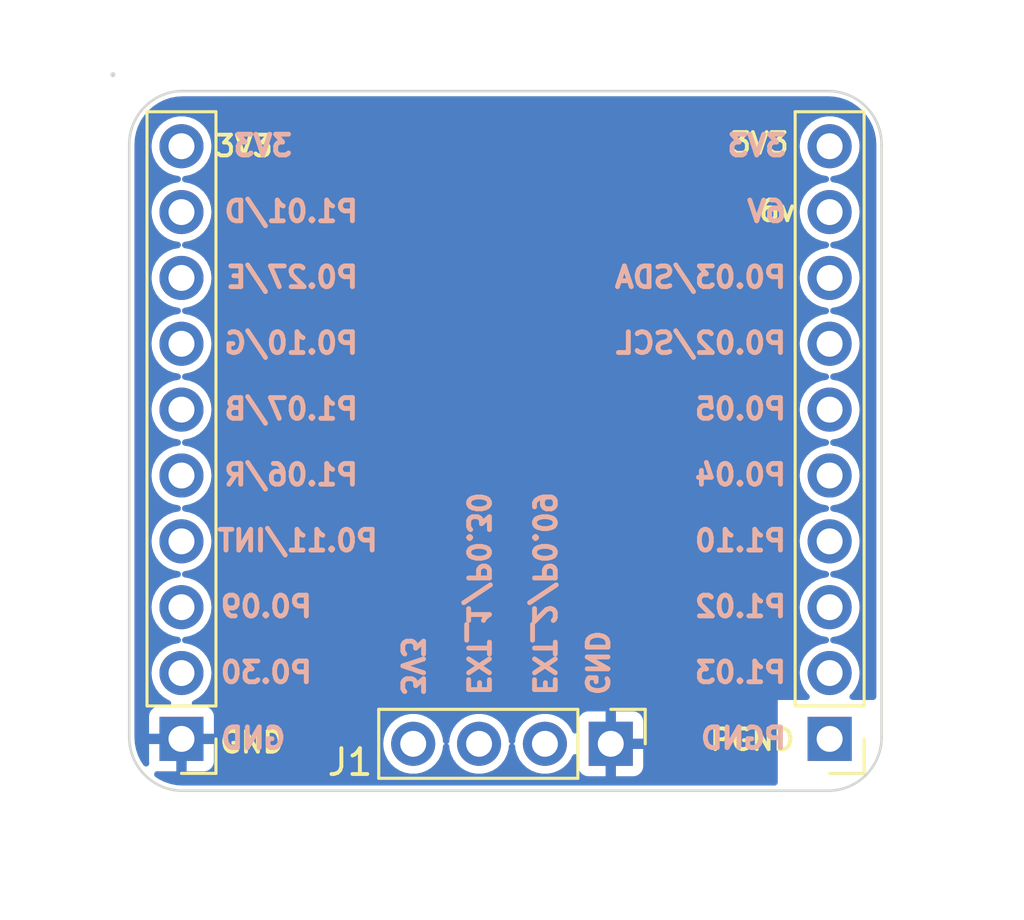
<source format=kicad_pcb>
(kicad_pcb (version 20221018) (generator pcbnew)
  (title_block (title "DotBot Shield Template") (date "2023-12-13") (rev "0.1.0") (company "Inria"))
  (layers (0 "F.Cu" signal) (1 "In1.Cu" signal) (2 "In2.Cu" signal) (31 "B.Cu" power) (34 "B.Paste" user) (35 "F.Paste" user) (36 "B.SilkS" user "B.Silkscreen") (37 "F.SilkS" user "F.Silkscreen") (38 "B.Mask" user) (39 "F.Mask" user) (44 "Edge.Cuts" user))
  (net 0 "")
  (net 1 "GND")
  (net 2 "+3V3")
  (net 7 "SCL")
  (net 8 "SDA")
  (net 14 "+6V")
  (footprint "Connector_PinHeader_2.54mm:PinHeader_1x10_P2.54mm_Vertical" (layer "F.Cu") (at 155 123 180)
    (fp_text reference "J3" hide)
    (fp_text value "Right Header")
    (fp_line (start -1.33 -1.33) (end 0 -1.33) (stroke (width 0.12)) (layer "F.SilkS"))
    (fp_line (start -1.33 0) (end -1.33 -1.33) (stroke (width 0.12)) (layer "F.SilkS"))
    (fp_line (start -1.33 1.27) (end -1.33 24.19) (stroke (width 0.12)) (layer "F.SilkS"))
    (fp_line (start -1.33 1.27) (end 1.33 1.27) (stroke (width 0.12)) (layer "F.SilkS"))
    (fp_line (start -1.33 24.19) (end 1.33 24.19) (stroke (width 0.12)) (layer "F.SilkS"))
    (fp_line (start 1.33 1.27) (end 1.33 24.19) (stroke (width 0.12)) (layer "F.SilkS"))
    (pad "1" thru_hole rect (at 0 0 180) (size 1.7 1.7) (drill 1) (layers "*.Cu" "*.Mask") (net 1 "GND"))
    (pad "2" thru_hole oval (at 0 2.54 180) (size 1.7 1.7) (drill 1) (layers "*.Cu" "*.Mask"))
    (pad "3" thru_hole oval (at 0 5.08 180) (size 1.7 1.7) (drill 1) (layers "*.Cu" "*.Mask"))
    (pad "4" thru_hole oval (at 0 7.62 180) (size 1.7 1.7) (drill 1) (layers "*.Cu" "*.Mask"))
    (pad "5" thru_hole oval (at 0 10.16 180) (size 1.7 1.7) (drill 1) (layers "*.Cu" "*.Mask"))
    (pad "6" thru_hole oval (at 0 12.7 180) (size 1.7 1.7) (drill 1) (layers "*.Cu" "*.Mask"))
    (pad "7" thru_hole oval (at 0 15.24 180) (size 1.7 1.7) (drill 1) (layers "*.Cu" "*.Mask") (net 7 "SCL"))
    (pad "8" thru_hole oval (at 0 17.78 180) (size 1.7 1.7) (drill 1) (layers "*.Cu" "*.Mask") (net 8 "SDA"))
    (pad "9" thru_hole oval (at 0 20.32 180) (size 1.7 1.7) (drill 1) (layers "*.Cu" "*.Mask") (net 14 "+6V"))
    (pad "10" thru_hole oval (at 0 22.86 180) (size 1.7 1.7) (drill 1) (layers "*.Cu" "*.Mask") (net 2 "+3V3"))
  )
  (footprint "Connector_PinHeader_2.54mm:PinHeader_1x04_P2.54mm_Vertical" (layer "F.Cu") (at 146.558 123.19 -90)
    (fp_text reference "J1" (at 0.71 10.058 -180) (layer "F.SilkS"))
    (fp_text value "Bottom Header")
    (fp_line (start -1.33 -1.33) (end 0 -1.33) (stroke (width 0.12)) (layer "F.SilkS"))
    (fp_line (start -1.33 0) (end -1.33 -1.33) (stroke (width 0.12)) (layer "F.SilkS"))
    (fp_line (start -1.33 1.27) (end -1.33 8.95) (stroke (width 0.12)) (layer "F.SilkS"))
    (fp_line (start -1.33 1.27) (end 1.33 1.27) (stroke (width 0.12)) (layer "F.SilkS"))
    (fp_line (start -1.33 8.95) (end 1.33 8.95) (stroke (width 0.12)) (layer "F.SilkS"))
    (fp_line (start 1.33 1.27) (end 1.33 8.95) (stroke (width 0.12)) (layer "F.SilkS"))
    (pad "1" thru_hole rect (at 0 0 270) (size 1.7 1.7) (drill 1) (layers "*.Cu" "*.Mask") (net 1 "GND"))
    (pad "2" thru_hole oval (at 0 2.54 270) (size 1.7 1.7) (drill 1) (layers "*.Cu" "*.Mask"))
    (pad "3" thru_hole oval (at 0 5.08 270) (size 1.7 1.7) (drill 1) (layers "*.Cu" "*.Mask"))
    (pad "4" thru_hole oval (at 0 7.62 270) (size 1.7 1.7) (drill 1) (layers "*.Cu" "*.Mask") (net 2 "+3V3"))
  )
  (footprint "Connector_PinHeader_2.54mm:PinHeader_1x10_P2.54mm_Vertical" (layer "F.Cu") (at 130 123 180)
    (fp_text reference "J2" hide)
    (fp_text value "Left Header")
    (fp_line (start -1.33 -1.33) (end 0 -1.33) (stroke (width 0.12)) (layer "F.SilkS"))
    (fp_line (start -1.33 0) (end -1.33 -1.33) (stroke (width 0.12)) (layer "F.SilkS"))
    (fp_line (start -1.33 1.27) (end -1.33 24.19) (stroke (width 0.12)) (layer "F.SilkS"))
    (fp_line (start -1.33 1.27) (end 1.33 1.27) (stroke (width 0.12)) (layer "F.SilkS"))
    (fp_line (start -1.33 24.19) (end 1.33 24.19) (stroke (width 0.12)) (layer "F.SilkS"))
    (fp_line (start 1.33 1.27) (end 1.33 24.19) (stroke (width 0.12)) (layer "F.SilkS"))
    (pad "1" thru_hole rect (at 0 0 180) (size 1.7 1.7) (drill 1) (layers "*.Cu" "*.Mask") (net 1 "GND"))
    (pad "2" thru_hole oval (at 0 2.54 180) (size 1.7 1.7) (drill 1) (layers "*.Cu" "*.Mask"))
    (pad "3" thru_hole oval (at 0 5.08 180) (size 1.7 1.7) (drill 1) (layers "*.Cu" "*.Mask"))
    (pad "4" thru_hole oval (at 0 7.62 180) (size 1.7 1.7) (drill 1) (layers "*.Cu" "*.Mask"))
    (pad "5" thru_hole oval (at 0 10.16 180) (size 1.7 1.7) (drill 1) (layers "*.Cu" "*.Mask"))
    (pad "6" thru_hole oval (at 0 12.7 180) (size 1.7 1.7) (drill 1) (layers "*.Cu" "*.Mask"))
    (pad "7" thru_hole oval (at 0 15.24 180) (size 1.7 1.7) (drill 1) (layers "*.Cu" "*.Mask"))
    (pad "8" thru_hole oval (at 0 17.78 180) (size 1.7 1.7) (drill 1) (layers "*.Cu" "*.Mask"))
    (pad "9" thru_hole oval (at 0 20.32 180) (size 1.7 1.7) (drill 1) (layers "*.Cu" "*.Mask"))
    (pad "10" thru_hole oval (at 0 22.86 180) (size 1.7 1.7) (drill 1) (layers "*.Cu" "*.Mask") (net 2 "+3V3"))
  )
  (gr_line (start 127.984 122.936) (end 127.984 100.076) (stroke (width 0.1)) (layer "Edge.Cuts"))
  (gr_arc (start 127.984 100.076) (mid 128.588532 98.616532) (end 130.048 98.012) (stroke (width 0.1)) (layer "Edge.Cuts"))
  (gr_arc (start 127.353923 97.381923) (mid 127.353923 97.381923) (end 127.353923 97.381923) (stroke (width 0.1)) (layer "Edge.Cuts"))
  (gr_arc (start 130.048 125) (mid 128.588532 124.395468) (end 127.984 122.936) (stroke (width 0.1)) (layer "Edge.Cuts"))
  (gr_arc (start 157.004 122.936) (mid 156.399468 124.395468) (end 154.94 125) (stroke (width 0.1)) (layer "Edge.Cuts"))
  (gr_line (start 157.004 122.936) (end 157.004 100.076) (stroke (width 0.1)) (layer "Edge.Cuts"))
  (gr_line (start 154.94 98.012) (end 130.048 98.012) (stroke (width 0.1)) (layer "Edge.Cuts"))
  (gr_arc (start 154.94 98.012) (mid 156.399468 98.616532) (end 157.004 100.076) (stroke (width 0.1)) (layer "Edge.Cuts"))
  (gr_line (start 130.048 125) (end 154.94 125) (stroke (width 0.1)) (layer "Edge.Cuts"))
  (gr_text "EXT_1/P0.30" (at 140.97 121.412 270) (layer "B.SilkS") (effects (font (size 0.8 0.8) (thickness 0.1875)) (justify left bottom mirror)))
  (gr_text "P1.01/D" (at 136.906 103.124) (layer "B.SilkS") (effects (font (size 0.8 0.8) (thickness 0.1875)) (justify left bottom mirror)))
  (gr_text "P1.07/B" (at 136.906 110.744) (layer "B.SilkS") (effects (font (size 0.8 0.8) (thickness 0.1875)) (justify left bottom mirror)))
  (gr_text "P1.06/R" (at 136.906 113.284) (layer "B.SilkS") (effects (font (size 0.8 0.8) (thickness 0.1875)) (justify left bottom mirror)))
  (gr_text "P1.03" (at 153.416 120.904) (layer "B.SilkS") (effects (font (size 0.8 0.8) (thickness 0.1875)) (justify left bottom mirror)))
  (gr_text "P0.30" (at 135.128 120.904) (layer "B.SilkS") (effects (font (size 0.8 0.8) (thickness 0.1875)) (justify left bottom mirror)))
  (gr_text "P0.11/INT" (at 137.668 115.824) (layer "B.SilkS") (effects (font (size 0.8 0.8) (thickness 0.1875)) (justify left bottom mirror)))
  (gr_text "P0.09" (at 135.128 118.364) (layer "B.SilkS") (effects (font (size 0.8 0.8) (thickness 0.1875)) (justify left bottom mirror)))
  (gr_text "GND" (at 145.542 121.412 270) (layer "B.SilkS") (effects (font (size 0.8 0.8) (thickness 0.1875)) (justify left bottom mirror)))
  (gr_text "P0.05" (at 153.416 110.744) (layer "B.SilkS") (effects (font (size 0.8 0.8) (thickness 0.1875)) (justify left bottom mirror)))
  (gr_text "3V3" (at 153.416 100.584) (layer "B.SilkS") (effects (font (size 0.8 0.8) (thickness 0.1875)) (justify left bottom mirror)))
  (gr_text "PGND" (at 153.416 123.444) (layer "B.SilkS") (effects (font (size 0.8 0.8) (thickness 0.1875)) (justify left bottom mirror)))
  (gr_text "3V3" (at 134.366 100.584) (layer "B.SilkS") (effects (font (size 0.8 0.8) (thickness 0.1875)) (justify left bottom mirror)))
  (gr_text "P0.02/SCL" (at 153.416 108.204) (layer "B.SilkS") (effects (font (size 0.8 0.8) (thickness 0.1875)) (justify left bottom mirror)))
  (gr_text "GND" (at 134.112 123.444) (layer "B.SilkS") (effects (font (size 0.8 0.8) (thickness 0.1875)) (justify left bottom mirror)))
  (gr_text "P0.04" (at 153.416 113.284) (layer "B.SilkS") (effects (font (size 0.8 0.8) (thickness 0.1875)) (justify left bottom mirror)))
  (gr_text "P1.10" (at 153.416 115.824) (layer "B.SilkS") (effects (font (size 0.8 0.8) (thickness 0.1875)) (justify left bottom mirror)))
  (gr_text "P0.27/E" (at 136.906 105.664) (layer "B.SilkS") (effects (font (size 0.8 0.8) (thickness 0.1875)) (justify left bottom mirror)))
  (gr_text "P1.02" (at 153.416 118.364) (layer "B.SilkS") (effects (font (size 0.8 0.8) (thickness 0.1875)) (justify left bottom mirror)))
  (gr_text "P0.10/G" (at 136.906 108.204) (layer "B.SilkS") (effects (font (size 0.8 0.8) (thickness 0.1875)) (justify left bottom mirror)))
  (gr_text "EXT_2/P0.09" (at 143.51 121.412 270) (layer "B.SilkS") (effects (font (size 0.8 0.8) (thickness 0.1875)) (justify left bottom mirror)))
  (gr_text "6V" (at 153.416 103.124) (layer "B.SilkS") (effects (font (size 0.8 0.8) (thickness 0.1875)) (justify left bottom mirror)))
  (gr_text "3V3" (at 138.43 121.412 270) (layer "B.SilkS") (effects (font (size 0.8 0.8) (thickness 0.1875)) (justify left bottom mirror)))
  (gr_text "P0.03/SDA" (at 153.416 105.664) (layer "B.SilkS") (effects (font (size 0.8 0.8) (thickness 0.1875)) (justify left bottom mirror)))
  (gr_text "3V3" (at 151.1 100.5) (layer "F.SilkS") (effects (font (size 0.8 0.8)) (justify left bottom)))
  (gr_text "6v" (at 152.2 103.1) (layer "F.SilkS") (effects (font (size 0.8 0.8)) (justify left bottom)))
  (gr_text "3V3" (at 131.2 100.6) (layer "F.SilkS") (effects (font (size 0.8 0.8)) (justify left bottom)))
  (gr_text "GND" (at 131.4 123.6) (layer "F.SilkS") (effects (font (size 0.8 0.8)) (justify left bottom)))
  (gr_text "PGND" (at 150.3 123.5) (layer "F.SilkS") (effects (font (size 0.8 0.8)) (justify left bottom)))
  (zone (net 0) (net_name "") (layers "F.Cu" "In1.Cu" "In2.Cu" "B.Cu") (connect_pads (clearance 0)) (min_thickness 0.25)
    (keepout (tracks allowed) (vias allowed) (pads allowed) (copperpour not_allowed) (footprints allowed))
    (fill (thermal_gap 0.5) (thermal_bridge_width 0.5))
    (polygon (pts (xy 157.5 121.5) (xy 153 121.5) (xy 153 125.5) (xy 157.5 125.5)))
  )
  (zone (net 1) (net_name "GND") (layers "In1.Cu" "B.Cu") (connect_pads thru_hole_only (clearance 0.3)) (min_thickness 0.25) (fill yes (thermal_gap 0.4) (thermal_bridge_width 0.4))
    (polygon (pts (xy 123 94.5) (xy 162.5 94.5) (xy 162.5 130) (xy 123 130)))
  )
)
</source>
